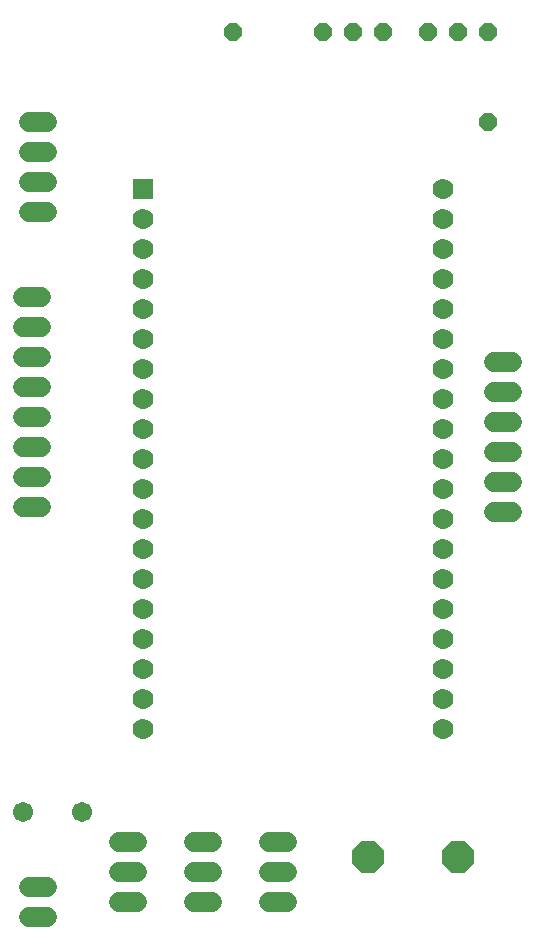
<source format=gbr>
G04 EAGLE Gerber RS-274X export*
G75*
%MOMM*%
%FSLAX34Y34*%
%LPD*%
%INSoldermask Bottom*%
%IPPOS*%
%AMOC8*
5,1,8,0,0,1.08239X$1,22.5*%
G01*
%ADD10R,1.763200X1.763200*%
%ADD11C,1.763200*%
%ADD12C,1.727200*%
%ADD13C,1.711200*%
%ADD14P,2.969212X8X22.500000*%
%ADD15P,1.649562X8X202.500000*%
%ADD16P,1.649562X8X22.500000*%
%ADD17P,1.649562X8X112.500000*%
%ADD18C,1.711200*%


D10*
X431800Y527800D03*
D11*
X431800Y502400D03*
X431800Y70600D03*
X431800Y477000D03*
X431800Y451600D03*
X431800Y426200D03*
X431800Y400800D03*
X431800Y375400D03*
X431800Y350000D03*
X431800Y324600D03*
X431800Y299200D03*
X431800Y273800D03*
X431800Y248400D03*
X431800Y223000D03*
X431800Y197600D03*
X431800Y172200D03*
X431800Y146800D03*
X431800Y121400D03*
X431800Y96000D03*
X685800Y527800D03*
X685800Y502400D03*
X685800Y477000D03*
X685800Y451600D03*
X685800Y426200D03*
X685800Y400800D03*
X685800Y375400D03*
X685800Y350000D03*
X685800Y324600D03*
X685800Y299200D03*
X685800Y273800D03*
X685800Y248400D03*
X685800Y223000D03*
X685800Y197600D03*
X685800Y172200D03*
X685800Y146800D03*
X685800Y121400D03*
X685800Y96000D03*
X685800Y70600D03*
D12*
X350520Y584200D02*
X335280Y584200D01*
X335280Y558800D02*
X350520Y558800D01*
X350520Y533400D02*
X335280Y533400D01*
X335280Y508000D02*
X350520Y508000D01*
D13*
X345440Y385760D02*
X330360Y385760D01*
X330360Y360360D02*
X345440Y360360D01*
X345440Y334960D02*
X330360Y334960D01*
X330360Y309560D02*
X345440Y309560D01*
X345440Y284160D02*
X330360Y284160D01*
X330360Y258760D02*
X345440Y258760D01*
X345440Y411160D02*
X330360Y411160D01*
X330360Y436560D02*
X345440Y436560D01*
D12*
X728980Y381000D02*
X744220Y381000D01*
X744220Y355600D02*
X728980Y355600D01*
X728980Y330200D02*
X744220Y330200D01*
X744220Y304800D02*
X728980Y304800D01*
X728980Y279400D02*
X744220Y279400D01*
X744220Y254000D02*
X728980Y254000D01*
D14*
X622300Y-38100D03*
X698500Y-38100D03*
D15*
X635000Y660400D03*
X609600Y660400D03*
D16*
X673100Y660400D03*
X698500Y660400D03*
D17*
X723900Y584200D03*
X723900Y660400D03*
D16*
X508000Y660400D03*
X584200Y660400D03*
D18*
X380600Y0D03*
X330600Y0D03*
D12*
X335280Y-88900D02*
X350520Y-88900D01*
X350520Y-63500D02*
X335280Y-63500D01*
X411480Y-25400D02*
X426720Y-25400D01*
X426720Y-50800D02*
X411480Y-50800D01*
X411480Y-76200D02*
X426720Y-76200D01*
X474980Y-25400D02*
X490220Y-25400D01*
X490220Y-50800D02*
X474980Y-50800D01*
X474980Y-76200D02*
X490220Y-76200D01*
X538480Y-25400D02*
X553720Y-25400D01*
X553720Y-50800D02*
X538480Y-50800D01*
X538480Y-76200D02*
X553720Y-76200D01*
M02*

</source>
